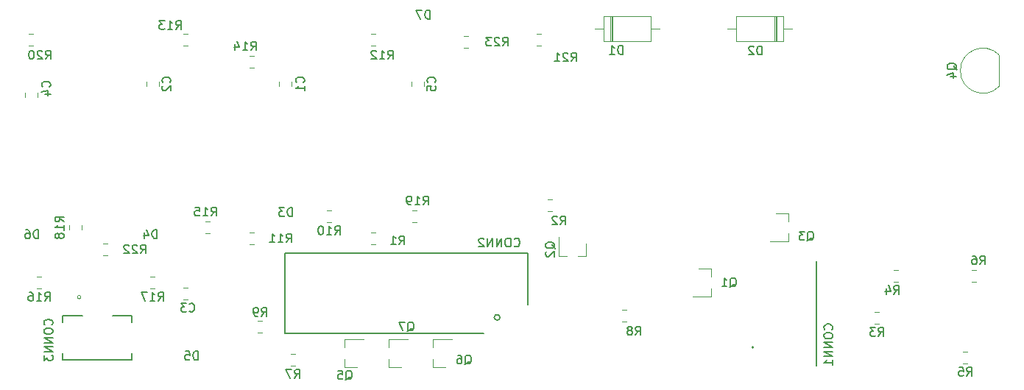
<source format=gbr>
G04 #@! TF.GenerationSoftware,KiCad,Pcbnew,(5.1.6-0-10_14)*
G04 #@! TF.CreationDate,2020-07-01T11:00:56-07:00*
G04 #@! TF.ProjectId,Pufferfish-Interface-1,50756666-6572-4666-9973-682d496e7465,v0.1*
G04 #@! TF.SameCoordinates,Original*
G04 #@! TF.FileFunction,Legend,Bot*
G04 #@! TF.FilePolarity,Positive*
%FSLAX46Y46*%
G04 Gerber Fmt 4.6, Leading zero omitted, Abs format (unit mm)*
G04 Created by KiCad (PCBNEW (5.1.6-0-10_14)) date 2020-07-01 11:00:56*
%MOMM*%
%LPD*%
G01*
G04 APERTURE LIST*
%ADD10C,0.200000*%
%ADD11C,0.120000*%
%ADD12C,0.100000*%
%ADD13C,0.127000*%
%ADD14C,0.150000*%
G04 APERTURE END LIST*
D10*
X72390000Y-52832000D02*
X49530000Y-52832000D01*
X49530000Y-52832000D02*
X49530000Y-43561000D01*
X49530000Y-43561000D02*
X77470000Y-43561000D01*
X77470000Y-43561000D02*
X77470000Y-49530000D01*
X74237788Y-50990500D02*
G75*
G03*
X74237788Y-50990500I-323788J0D01*
G01*
D11*
X70616578Y-18594000D02*
X70099422Y-18594000D01*
X70616578Y-20014000D02*
X70099422Y-20014000D01*
X78998578Y-18340000D02*
X78481422Y-18340000D01*
X78998578Y-19760000D02*
X78481422Y-19760000D01*
X64178922Y-40080000D02*
X64696078Y-40080000D01*
X64178922Y-38660000D02*
X64696078Y-38660000D01*
X65480000Y-24388578D02*
X65480000Y-23871422D01*
X64060000Y-24388578D02*
X64060000Y-23871422D01*
X88826078Y-50090000D02*
X88308922Y-50090000D01*
X88826078Y-51510000D02*
X88308922Y-51510000D01*
X50208922Y-56590000D02*
X50726078Y-56590000D01*
X50208922Y-55170000D02*
X50726078Y-55170000D01*
X29136078Y-42470000D02*
X28618922Y-42470000D01*
X29136078Y-43890000D02*
X28618922Y-43890000D01*
X20061422Y-19760000D02*
X20578578Y-19760000D01*
X20061422Y-18340000D02*
X20578578Y-18340000D01*
X26110000Y-40898578D02*
X26110000Y-40381422D01*
X24690000Y-40898578D02*
X24690000Y-40381422D01*
X40898578Y-39930000D02*
X40381422Y-39930000D01*
X40898578Y-41350000D02*
X40381422Y-41350000D01*
X38358578Y-18340000D02*
X37841422Y-18340000D01*
X38358578Y-19760000D02*
X37841422Y-19760000D01*
X45461422Y-42620000D02*
X45978578Y-42620000D01*
X45461422Y-41200000D02*
X45978578Y-41200000D01*
X54351422Y-40080000D02*
X54868578Y-40080000D01*
X54351422Y-38660000D02*
X54868578Y-38660000D01*
D12*
X103445000Y-54446000D02*
G75*
G03*
X103445000Y-54446000I-127000J0D01*
G01*
D13*
X110668000Y-44571000D02*
X110668000Y-56521000D01*
D11*
X21030000Y-25658578D02*
X21030000Y-25141422D01*
X19610000Y-25658578D02*
X19610000Y-25141422D01*
X35000000Y-24388578D02*
X35000000Y-23871422D01*
X33580000Y-24388578D02*
X33580000Y-23871422D01*
X50240000Y-24388578D02*
X50240000Y-23871422D01*
X48820000Y-24388578D02*
X48820000Y-23871422D01*
X37841422Y-48970000D02*
X38358578Y-48970000D01*
X37841422Y-47550000D02*
X38358578Y-47550000D01*
D10*
X31915000Y-50840000D02*
X31915000Y-51590000D01*
X29690000Y-50840000D02*
X31915000Y-50840000D01*
X23965000Y-50840000D02*
X26190000Y-50840000D01*
X23965000Y-51590000D02*
X23965000Y-50840000D01*
X23965000Y-55840000D02*
X23965000Y-55090000D01*
X31915000Y-55840000D02*
X31915000Y-55090000D01*
X23965000Y-55840000D02*
X31915000Y-55840000D01*
D12*
X26057000Y-48666000D02*
G75*
G03*
X26057000Y-48666000I-200000J0D01*
G01*
D11*
X86180000Y-19250000D02*
X86180000Y-16310000D01*
X86180000Y-16310000D02*
X91620000Y-16310000D01*
X91620000Y-16310000D02*
X91620000Y-19250000D01*
X91620000Y-19250000D02*
X86180000Y-19250000D01*
X85160000Y-17780000D02*
X86180000Y-17780000D01*
X92640000Y-17780000D02*
X91620000Y-17780000D01*
X87080000Y-19250000D02*
X87080000Y-16310000D01*
X87200000Y-19250000D02*
X87200000Y-16310000D01*
X86960000Y-19250000D02*
X86960000Y-16310000D01*
X106860000Y-16310000D02*
X106860000Y-19250000D01*
X106860000Y-19250000D02*
X101420000Y-19250000D01*
X101420000Y-19250000D02*
X101420000Y-16310000D01*
X101420000Y-16310000D02*
X106860000Y-16310000D01*
X107880000Y-17780000D02*
X106860000Y-17780000D01*
X100400000Y-17780000D02*
X101420000Y-17780000D01*
X105960000Y-16310000D02*
X105960000Y-19250000D01*
X105840000Y-16310000D02*
X105840000Y-19250000D01*
X106080000Y-16310000D02*
X106080000Y-19250000D01*
X98550000Y-45410000D02*
X98550000Y-46340000D01*
X98550000Y-48570000D02*
X98550000Y-47640000D01*
X98550000Y-48570000D02*
X96390000Y-48570000D01*
X98550000Y-45410000D02*
X97090000Y-45410000D01*
X84130000Y-43940000D02*
X83200000Y-43940000D01*
X80970000Y-43940000D02*
X81900000Y-43940000D01*
X80970000Y-43940000D02*
X80970000Y-41780000D01*
X84130000Y-43940000D02*
X84130000Y-42480000D01*
X107440000Y-39060000D02*
X107440000Y-39990000D01*
X107440000Y-42220000D02*
X107440000Y-41290000D01*
X107440000Y-42220000D02*
X105280000Y-42220000D01*
X107440000Y-39060000D02*
X105980000Y-39060000D01*
X131632478Y-24444478D02*
G75*
G02*
X127194000Y-22606000I-1838478J1838478D01*
G01*
X131632478Y-20767522D02*
G75*
G03*
X127194000Y-22606000I-1838478J-1838478D01*
G01*
X131644000Y-20806000D02*
X131644000Y-24406000D01*
X56390000Y-56698000D02*
X56390000Y-55768000D01*
X56390000Y-53538000D02*
X56390000Y-54468000D01*
X56390000Y-53538000D02*
X58550000Y-53538000D01*
X56390000Y-56698000D02*
X57850000Y-56698000D01*
X66550000Y-56698000D02*
X66550000Y-55768000D01*
X66550000Y-53538000D02*
X66550000Y-54468000D01*
X66550000Y-53538000D02*
X68710000Y-53538000D01*
X66550000Y-56698000D02*
X68010000Y-56698000D01*
X61470000Y-56698000D02*
X61470000Y-55768000D01*
X61470000Y-53538000D02*
X61470000Y-54468000D01*
X61470000Y-53538000D02*
X63630000Y-53538000D01*
X61470000Y-56698000D02*
X62930000Y-56698000D01*
X59431422Y-42620000D02*
X59948578Y-42620000D01*
X59431422Y-41200000D02*
X59948578Y-41200000D01*
X79751422Y-38810000D02*
X80268578Y-38810000D01*
X79751422Y-37390000D02*
X80268578Y-37390000D01*
X117343422Y-51764000D02*
X117860578Y-51764000D01*
X117343422Y-50344000D02*
X117860578Y-50344000D01*
X119550922Y-46938000D02*
X120068078Y-46938000D01*
X119550922Y-45518000D02*
X120068078Y-45518000D01*
X127503422Y-56336000D02*
X128020578Y-56336000D01*
X127503422Y-54916000D02*
X128020578Y-54916000D01*
X128519422Y-46938000D02*
X129036578Y-46938000D01*
X128519422Y-45518000D02*
X129036578Y-45518000D01*
X46916078Y-51360000D02*
X46398922Y-51360000D01*
X46916078Y-52780000D02*
X46398922Y-52780000D01*
X59948578Y-18340000D02*
X59431422Y-18340000D01*
X59948578Y-19760000D02*
X59431422Y-19760000D01*
X45978578Y-20880000D02*
X45461422Y-20880000D01*
X45978578Y-22300000D02*
X45461422Y-22300000D01*
X20998922Y-47700000D02*
X21516078Y-47700000D01*
X20998922Y-46280000D02*
X21516078Y-46280000D01*
X34031422Y-47700000D02*
X34548578Y-47700000D01*
X34031422Y-46280000D02*
X34548578Y-46280000D01*
D14*
X66193095Y-16640380D02*
X66193095Y-15640380D01*
X65955000Y-15640380D01*
X65812142Y-15688000D01*
X65716904Y-15783238D01*
X65669285Y-15878476D01*
X65621666Y-16068952D01*
X65621666Y-16211809D01*
X65669285Y-16402285D01*
X65716904Y-16497523D01*
X65812142Y-16592761D01*
X65955000Y-16640380D01*
X66193095Y-16640380D01*
X65288333Y-15640380D02*
X64621666Y-15640380D01*
X65050238Y-16640380D01*
X21158095Y-41922380D02*
X21158095Y-40922380D01*
X20920000Y-40922380D01*
X20777142Y-40970000D01*
X20681904Y-41065238D01*
X20634285Y-41160476D01*
X20586666Y-41350952D01*
X20586666Y-41493809D01*
X20634285Y-41684285D01*
X20681904Y-41779523D01*
X20777142Y-41874761D01*
X20920000Y-41922380D01*
X21158095Y-41922380D01*
X19729523Y-40922380D02*
X19920000Y-40922380D01*
X20015238Y-40970000D01*
X20062857Y-41017619D01*
X20158095Y-41160476D01*
X20205714Y-41350952D01*
X20205714Y-41731904D01*
X20158095Y-41827142D01*
X20110476Y-41874761D01*
X20015238Y-41922380D01*
X19824761Y-41922380D01*
X19729523Y-41874761D01*
X19681904Y-41827142D01*
X19634285Y-41731904D01*
X19634285Y-41493809D01*
X19681904Y-41398571D01*
X19729523Y-41350952D01*
X19824761Y-41303333D01*
X20015238Y-41303333D01*
X20110476Y-41350952D01*
X20158095Y-41398571D01*
X20205714Y-41493809D01*
X39520095Y-55892380D02*
X39520095Y-54892380D01*
X39282000Y-54892380D01*
X39139142Y-54940000D01*
X39043904Y-55035238D01*
X38996285Y-55130476D01*
X38948666Y-55320952D01*
X38948666Y-55463809D01*
X38996285Y-55654285D01*
X39043904Y-55749523D01*
X39139142Y-55844761D01*
X39282000Y-55892380D01*
X39520095Y-55892380D01*
X38043904Y-54892380D02*
X38520095Y-54892380D01*
X38567714Y-55368571D01*
X38520095Y-55320952D01*
X38424857Y-55273333D01*
X38186761Y-55273333D01*
X38091523Y-55320952D01*
X38043904Y-55368571D01*
X37996285Y-55463809D01*
X37996285Y-55701904D01*
X38043904Y-55797142D01*
X38091523Y-55844761D01*
X38186761Y-55892380D01*
X38424857Y-55892380D01*
X38520095Y-55844761D01*
X38567714Y-55797142D01*
X34800095Y-41922380D02*
X34800095Y-40922380D01*
X34562000Y-40922380D01*
X34419142Y-40970000D01*
X34323904Y-41065238D01*
X34276285Y-41160476D01*
X34228666Y-41350952D01*
X34228666Y-41493809D01*
X34276285Y-41684285D01*
X34323904Y-41779523D01*
X34419142Y-41874761D01*
X34562000Y-41922380D01*
X34800095Y-41922380D01*
X33371523Y-41255714D02*
X33371523Y-41922380D01*
X33609619Y-40874761D02*
X33847714Y-41589047D01*
X33228666Y-41589047D01*
X50368095Y-39382380D02*
X50368095Y-38382380D01*
X50130000Y-38382380D01*
X49987142Y-38430000D01*
X49891904Y-38525238D01*
X49844285Y-38620476D01*
X49796666Y-38810952D01*
X49796666Y-38953809D01*
X49844285Y-39144285D01*
X49891904Y-39239523D01*
X49987142Y-39334761D01*
X50130000Y-39382380D01*
X50368095Y-39382380D01*
X49463333Y-38382380D02*
X48844285Y-38382380D01*
X49177619Y-38763333D01*
X49034761Y-38763333D01*
X48939523Y-38810952D01*
X48891904Y-38858571D01*
X48844285Y-38953809D01*
X48844285Y-39191904D01*
X48891904Y-39287142D01*
X48939523Y-39334761D01*
X49034761Y-39382380D01*
X49320476Y-39382380D01*
X49415714Y-39334761D01*
X49463333Y-39287142D01*
X75906095Y-42775142D02*
X75953714Y-42822761D01*
X76096571Y-42870380D01*
X76191809Y-42870380D01*
X76334666Y-42822761D01*
X76429904Y-42727523D01*
X76477523Y-42632285D01*
X76525142Y-42441809D01*
X76525142Y-42298952D01*
X76477523Y-42108476D01*
X76429904Y-42013238D01*
X76334666Y-41918000D01*
X76191809Y-41870380D01*
X76096571Y-41870380D01*
X75953714Y-41918000D01*
X75906095Y-41965619D01*
X75287047Y-41870380D02*
X75096571Y-41870380D01*
X75001333Y-41918000D01*
X74906095Y-42013238D01*
X74858476Y-42203714D01*
X74858476Y-42537047D01*
X74906095Y-42727523D01*
X75001333Y-42822761D01*
X75096571Y-42870380D01*
X75287047Y-42870380D01*
X75382285Y-42822761D01*
X75477523Y-42727523D01*
X75525142Y-42537047D01*
X75525142Y-42203714D01*
X75477523Y-42013238D01*
X75382285Y-41918000D01*
X75287047Y-41870380D01*
X74429904Y-42870380D02*
X74429904Y-41870380D01*
X73858476Y-42870380D01*
X73858476Y-41870380D01*
X73382285Y-42870380D02*
X73382285Y-41870380D01*
X72810857Y-42870380D01*
X72810857Y-41870380D01*
X72382285Y-41965619D02*
X72334666Y-41918000D01*
X72239428Y-41870380D01*
X72001333Y-41870380D01*
X71906095Y-41918000D01*
X71858476Y-41965619D01*
X71810857Y-42060857D01*
X71810857Y-42156095D01*
X71858476Y-42298952D01*
X72429904Y-42870380D01*
X71810857Y-42870380D01*
X74556857Y-19756380D02*
X74890190Y-19280190D01*
X75128285Y-19756380D02*
X75128285Y-18756380D01*
X74747333Y-18756380D01*
X74652095Y-18804000D01*
X74604476Y-18851619D01*
X74556857Y-18946857D01*
X74556857Y-19089714D01*
X74604476Y-19184952D01*
X74652095Y-19232571D01*
X74747333Y-19280190D01*
X75128285Y-19280190D01*
X74175904Y-18851619D02*
X74128285Y-18804000D01*
X74033047Y-18756380D01*
X73794952Y-18756380D01*
X73699714Y-18804000D01*
X73652095Y-18851619D01*
X73604476Y-18946857D01*
X73604476Y-19042095D01*
X73652095Y-19184952D01*
X74223523Y-19756380D01*
X73604476Y-19756380D01*
X73271142Y-18756380D02*
X72652095Y-18756380D01*
X72985428Y-19137333D01*
X72842571Y-19137333D01*
X72747333Y-19184952D01*
X72699714Y-19232571D01*
X72652095Y-19327809D01*
X72652095Y-19565904D01*
X72699714Y-19661142D01*
X72747333Y-19708761D01*
X72842571Y-19756380D01*
X73128285Y-19756380D01*
X73223523Y-19708761D01*
X73271142Y-19661142D01*
X82430857Y-21534380D02*
X82764190Y-21058190D01*
X83002285Y-21534380D02*
X83002285Y-20534380D01*
X82621333Y-20534380D01*
X82526095Y-20582000D01*
X82478476Y-20629619D01*
X82430857Y-20724857D01*
X82430857Y-20867714D01*
X82478476Y-20962952D01*
X82526095Y-21010571D01*
X82621333Y-21058190D01*
X83002285Y-21058190D01*
X82049904Y-20629619D02*
X82002285Y-20582000D01*
X81907047Y-20534380D01*
X81668952Y-20534380D01*
X81573714Y-20582000D01*
X81526095Y-20629619D01*
X81478476Y-20724857D01*
X81478476Y-20820095D01*
X81526095Y-20962952D01*
X82097523Y-21534380D01*
X81478476Y-21534380D01*
X80526095Y-21534380D02*
X81097523Y-21534380D01*
X80811809Y-21534380D02*
X80811809Y-20534380D01*
X80907047Y-20677238D01*
X81002285Y-20772476D01*
X81097523Y-20820095D01*
X65412857Y-38044380D02*
X65746190Y-37568190D01*
X65984285Y-38044380D02*
X65984285Y-37044380D01*
X65603333Y-37044380D01*
X65508095Y-37092000D01*
X65460476Y-37139619D01*
X65412857Y-37234857D01*
X65412857Y-37377714D01*
X65460476Y-37472952D01*
X65508095Y-37520571D01*
X65603333Y-37568190D01*
X65984285Y-37568190D01*
X64460476Y-38044380D02*
X65031904Y-38044380D01*
X64746190Y-38044380D02*
X64746190Y-37044380D01*
X64841428Y-37187238D01*
X64936666Y-37282476D01*
X65031904Y-37330095D01*
X63984285Y-38044380D02*
X63793809Y-38044380D01*
X63698571Y-37996761D01*
X63650952Y-37949142D01*
X63555714Y-37806285D01*
X63508095Y-37615809D01*
X63508095Y-37234857D01*
X63555714Y-37139619D01*
X63603333Y-37092000D01*
X63698571Y-37044380D01*
X63889047Y-37044380D01*
X63984285Y-37092000D01*
X64031904Y-37139619D01*
X64079523Y-37234857D01*
X64079523Y-37472952D01*
X64031904Y-37568190D01*
X63984285Y-37615809D01*
X63889047Y-37663428D01*
X63698571Y-37663428D01*
X63603333Y-37615809D01*
X63555714Y-37568190D01*
X63508095Y-37472952D01*
X66777142Y-23963333D02*
X66824761Y-23915714D01*
X66872380Y-23772857D01*
X66872380Y-23677619D01*
X66824761Y-23534761D01*
X66729523Y-23439523D01*
X66634285Y-23391904D01*
X66443809Y-23344285D01*
X66300952Y-23344285D01*
X66110476Y-23391904D01*
X66015238Y-23439523D01*
X65920000Y-23534761D01*
X65872380Y-23677619D01*
X65872380Y-23772857D01*
X65920000Y-23915714D01*
X65967619Y-23963333D01*
X65872380Y-24868095D02*
X65872380Y-24391904D01*
X66348571Y-24344285D01*
X66300952Y-24391904D01*
X66253333Y-24487142D01*
X66253333Y-24725238D01*
X66300952Y-24820476D01*
X66348571Y-24868095D01*
X66443809Y-24915714D01*
X66681904Y-24915714D01*
X66777142Y-24868095D01*
X66824761Y-24820476D01*
X66872380Y-24725238D01*
X66872380Y-24487142D01*
X66824761Y-24391904D01*
X66777142Y-24344285D01*
X89828666Y-53030380D02*
X90162000Y-52554190D01*
X90400095Y-53030380D02*
X90400095Y-52030380D01*
X90019142Y-52030380D01*
X89923904Y-52078000D01*
X89876285Y-52125619D01*
X89828666Y-52220857D01*
X89828666Y-52363714D01*
X89876285Y-52458952D01*
X89923904Y-52506571D01*
X90019142Y-52554190D01*
X90400095Y-52554190D01*
X89257238Y-52458952D02*
X89352476Y-52411333D01*
X89400095Y-52363714D01*
X89447714Y-52268476D01*
X89447714Y-52220857D01*
X89400095Y-52125619D01*
X89352476Y-52078000D01*
X89257238Y-52030380D01*
X89066761Y-52030380D01*
X88971523Y-52078000D01*
X88923904Y-52125619D01*
X88876285Y-52220857D01*
X88876285Y-52268476D01*
X88923904Y-52363714D01*
X88971523Y-52411333D01*
X89066761Y-52458952D01*
X89257238Y-52458952D01*
X89352476Y-52506571D01*
X89400095Y-52554190D01*
X89447714Y-52649428D01*
X89447714Y-52839904D01*
X89400095Y-52935142D01*
X89352476Y-52982761D01*
X89257238Y-53030380D01*
X89066761Y-53030380D01*
X88971523Y-52982761D01*
X88923904Y-52935142D01*
X88876285Y-52839904D01*
X88876285Y-52649428D01*
X88923904Y-52554190D01*
X88971523Y-52506571D01*
X89066761Y-52458952D01*
X50634166Y-57982380D02*
X50967500Y-57506190D01*
X51205595Y-57982380D02*
X51205595Y-56982380D01*
X50824642Y-56982380D01*
X50729404Y-57030000D01*
X50681785Y-57077619D01*
X50634166Y-57172857D01*
X50634166Y-57315714D01*
X50681785Y-57410952D01*
X50729404Y-57458571D01*
X50824642Y-57506190D01*
X51205595Y-57506190D01*
X50300833Y-56982380D02*
X49634166Y-56982380D01*
X50062738Y-57982380D01*
X32900857Y-43632380D02*
X33234190Y-43156190D01*
X33472285Y-43632380D02*
X33472285Y-42632380D01*
X33091333Y-42632380D01*
X32996095Y-42680000D01*
X32948476Y-42727619D01*
X32900857Y-42822857D01*
X32900857Y-42965714D01*
X32948476Y-43060952D01*
X32996095Y-43108571D01*
X33091333Y-43156190D01*
X33472285Y-43156190D01*
X32519904Y-42727619D02*
X32472285Y-42680000D01*
X32377047Y-42632380D01*
X32138952Y-42632380D01*
X32043714Y-42680000D01*
X31996095Y-42727619D01*
X31948476Y-42822857D01*
X31948476Y-42918095D01*
X31996095Y-43060952D01*
X32567523Y-43632380D01*
X31948476Y-43632380D01*
X31567523Y-42727619D02*
X31519904Y-42680000D01*
X31424666Y-42632380D01*
X31186571Y-42632380D01*
X31091333Y-42680000D01*
X31043714Y-42727619D01*
X30996095Y-42822857D01*
X30996095Y-42918095D01*
X31043714Y-43060952D01*
X31615142Y-43632380D01*
X30996095Y-43632380D01*
X21978857Y-21280380D02*
X22312190Y-20804190D01*
X22550285Y-21280380D02*
X22550285Y-20280380D01*
X22169333Y-20280380D01*
X22074095Y-20328000D01*
X22026476Y-20375619D01*
X21978857Y-20470857D01*
X21978857Y-20613714D01*
X22026476Y-20708952D01*
X22074095Y-20756571D01*
X22169333Y-20804190D01*
X22550285Y-20804190D01*
X21597904Y-20375619D02*
X21550285Y-20328000D01*
X21455047Y-20280380D01*
X21216952Y-20280380D01*
X21121714Y-20328000D01*
X21074095Y-20375619D01*
X21026476Y-20470857D01*
X21026476Y-20566095D01*
X21074095Y-20708952D01*
X21645523Y-21280380D01*
X21026476Y-21280380D01*
X20407428Y-20280380D02*
X20312190Y-20280380D01*
X20216952Y-20328000D01*
X20169333Y-20375619D01*
X20121714Y-20470857D01*
X20074095Y-20661333D01*
X20074095Y-20899428D01*
X20121714Y-21089904D01*
X20169333Y-21185142D01*
X20216952Y-21232761D01*
X20312190Y-21280380D01*
X20407428Y-21280380D01*
X20502666Y-21232761D01*
X20550285Y-21185142D01*
X20597904Y-21089904D01*
X20645523Y-20899428D01*
X20645523Y-20661333D01*
X20597904Y-20470857D01*
X20550285Y-20375619D01*
X20502666Y-20328000D01*
X20407428Y-20280380D01*
X24074380Y-39997142D02*
X23598190Y-39663809D01*
X24074380Y-39425714D02*
X23074380Y-39425714D01*
X23074380Y-39806666D01*
X23122000Y-39901904D01*
X23169619Y-39949523D01*
X23264857Y-39997142D01*
X23407714Y-39997142D01*
X23502952Y-39949523D01*
X23550571Y-39901904D01*
X23598190Y-39806666D01*
X23598190Y-39425714D01*
X24074380Y-40949523D02*
X24074380Y-40378095D01*
X24074380Y-40663809D02*
X23074380Y-40663809D01*
X23217238Y-40568571D01*
X23312476Y-40473333D01*
X23360095Y-40378095D01*
X23502952Y-41520952D02*
X23455333Y-41425714D01*
X23407714Y-41378095D01*
X23312476Y-41330476D01*
X23264857Y-41330476D01*
X23169619Y-41378095D01*
X23122000Y-41425714D01*
X23074380Y-41520952D01*
X23074380Y-41711428D01*
X23122000Y-41806666D01*
X23169619Y-41854285D01*
X23264857Y-41901904D01*
X23312476Y-41901904D01*
X23407714Y-41854285D01*
X23455333Y-41806666D01*
X23502952Y-41711428D01*
X23502952Y-41520952D01*
X23550571Y-41425714D01*
X23598190Y-41378095D01*
X23693428Y-41330476D01*
X23883904Y-41330476D01*
X23979142Y-41378095D01*
X24026761Y-41425714D01*
X24074380Y-41520952D01*
X24074380Y-41711428D01*
X24026761Y-41806666D01*
X23979142Y-41854285D01*
X23883904Y-41901904D01*
X23693428Y-41901904D01*
X23598190Y-41854285D01*
X23550571Y-41806666D01*
X23502952Y-41711428D01*
X41028857Y-39314380D02*
X41362190Y-38838190D01*
X41600285Y-39314380D02*
X41600285Y-38314380D01*
X41219333Y-38314380D01*
X41124095Y-38362000D01*
X41076476Y-38409619D01*
X41028857Y-38504857D01*
X41028857Y-38647714D01*
X41076476Y-38742952D01*
X41124095Y-38790571D01*
X41219333Y-38838190D01*
X41600285Y-38838190D01*
X40076476Y-39314380D02*
X40647904Y-39314380D01*
X40362190Y-39314380D02*
X40362190Y-38314380D01*
X40457428Y-38457238D01*
X40552666Y-38552476D01*
X40647904Y-38600095D01*
X39171714Y-38314380D02*
X39647904Y-38314380D01*
X39695523Y-38790571D01*
X39647904Y-38742952D01*
X39552666Y-38695333D01*
X39314571Y-38695333D01*
X39219333Y-38742952D01*
X39171714Y-38790571D01*
X39124095Y-38885809D01*
X39124095Y-39123904D01*
X39171714Y-39219142D01*
X39219333Y-39266761D01*
X39314571Y-39314380D01*
X39552666Y-39314380D01*
X39647904Y-39266761D01*
X39695523Y-39219142D01*
X36964857Y-17852380D02*
X37298190Y-17376190D01*
X37536285Y-17852380D02*
X37536285Y-16852380D01*
X37155333Y-16852380D01*
X37060095Y-16900000D01*
X37012476Y-16947619D01*
X36964857Y-17042857D01*
X36964857Y-17185714D01*
X37012476Y-17280952D01*
X37060095Y-17328571D01*
X37155333Y-17376190D01*
X37536285Y-17376190D01*
X36012476Y-17852380D02*
X36583904Y-17852380D01*
X36298190Y-17852380D02*
X36298190Y-16852380D01*
X36393428Y-16995238D01*
X36488666Y-17090476D01*
X36583904Y-17138095D01*
X35679142Y-16852380D02*
X35060095Y-16852380D01*
X35393428Y-17233333D01*
X35250571Y-17233333D01*
X35155333Y-17280952D01*
X35107714Y-17328571D01*
X35060095Y-17423809D01*
X35060095Y-17661904D01*
X35107714Y-17757142D01*
X35155333Y-17804761D01*
X35250571Y-17852380D01*
X35536285Y-17852380D01*
X35631523Y-17804761D01*
X35679142Y-17757142D01*
X49664857Y-42362380D02*
X49998190Y-41886190D01*
X50236285Y-42362380D02*
X50236285Y-41362380D01*
X49855333Y-41362380D01*
X49760095Y-41410000D01*
X49712476Y-41457619D01*
X49664857Y-41552857D01*
X49664857Y-41695714D01*
X49712476Y-41790952D01*
X49760095Y-41838571D01*
X49855333Y-41886190D01*
X50236285Y-41886190D01*
X48712476Y-42362380D02*
X49283904Y-42362380D01*
X48998190Y-42362380D02*
X48998190Y-41362380D01*
X49093428Y-41505238D01*
X49188666Y-41600476D01*
X49283904Y-41648095D01*
X47760095Y-42362380D02*
X48331523Y-42362380D01*
X48045809Y-42362380D02*
X48045809Y-41362380D01*
X48141047Y-41505238D01*
X48236285Y-41600476D01*
X48331523Y-41648095D01*
X55252857Y-41472380D02*
X55586190Y-40996190D01*
X55824285Y-41472380D02*
X55824285Y-40472380D01*
X55443333Y-40472380D01*
X55348095Y-40520000D01*
X55300476Y-40567619D01*
X55252857Y-40662857D01*
X55252857Y-40805714D01*
X55300476Y-40900952D01*
X55348095Y-40948571D01*
X55443333Y-40996190D01*
X55824285Y-40996190D01*
X54300476Y-41472380D02*
X54871904Y-41472380D01*
X54586190Y-41472380D02*
X54586190Y-40472380D01*
X54681428Y-40615238D01*
X54776666Y-40710476D01*
X54871904Y-40758095D01*
X53681428Y-40472380D02*
X53586190Y-40472380D01*
X53490952Y-40520000D01*
X53443333Y-40567619D01*
X53395714Y-40662857D01*
X53348095Y-40853333D01*
X53348095Y-41091428D01*
X53395714Y-41281904D01*
X53443333Y-41377142D01*
X53490952Y-41424761D01*
X53586190Y-41472380D01*
X53681428Y-41472380D01*
X53776666Y-41424761D01*
X53824285Y-41377142D01*
X53871904Y-41281904D01*
X53919523Y-41091428D01*
X53919523Y-40853333D01*
X53871904Y-40662857D01*
X53824285Y-40567619D01*
X53776666Y-40520000D01*
X53681428Y-40472380D01*
X112414831Y-52384226D02*
X112462484Y-52336572D01*
X112510138Y-52193612D01*
X112510138Y-52098305D01*
X112462484Y-51955344D01*
X112367177Y-51860037D01*
X112271870Y-51812384D01*
X112081256Y-51764730D01*
X111938296Y-51764730D01*
X111747682Y-51812384D01*
X111652375Y-51860037D01*
X111557068Y-51955344D01*
X111509414Y-52098305D01*
X111509414Y-52193612D01*
X111557068Y-52336572D01*
X111604721Y-52384226D01*
X111509414Y-53003722D02*
X111509414Y-53194336D01*
X111557068Y-53289643D01*
X111652375Y-53384950D01*
X111842989Y-53432603D01*
X112176563Y-53432603D01*
X112367177Y-53384950D01*
X112462484Y-53289643D01*
X112510138Y-53194336D01*
X112510138Y-53003722D01*
X112462484Y-52908415D01*
X112367177Y-52813108D01*
X112176563Y-52765454D01*
X111842989Y-52765454D01*
X111652375Y-52813108D01*
X111557068Y-52908415D01*
X111509414Y-53003722D01*
X112510138Y-53861485D02*
X111509414Y-53861485D01*
X112510138Y-54433327D01*
X111509414Y-54433327D01*
X112510138Y-54909863D02*
X111509414Y-54909863D01*
X112510138Y-55481705D01*
X111509414Y-55481705D01*
X112510138Y-56482429D02*
X112510138Y-55910587D01*
X112510138Y-56196508D02*
X111509414Y-56196508D01*
X111652375Y-56101201D01*
X111747682Y-56005894D01*
X111795335Y-55910587D01*
X22455142Y-24471333D02*
X22502761Y-24423714D01*
X22550380Y-24280857D01*
X22550380Y-24185619D01*
X22502761Y-24042761D01*
X22407523Y-23947523D01*
X22312285Y-23899904D01*
X22121809Y-23852285D01*
X21978952Y-23852285D01*
X21788476Y-23899904D01*
X21693238Y-23947523D01*
X21598000Y-24042761D01*
X21550380Y-24185619D01*
X21550380Y-24280857D01*
X21598000Y-24423714D01*
X21645619Y-24471333D01*
X21883714Y-25328476D02*
X22550380Y-25328476D01*
X21502761Y-25090380D02*
X22217047Y-24852285D01*
X22217047Y-25471333D01*
X36297142Y-23963333D02*
X36344761Y-23915714D01*
X36392380Y-23772857D01*
X36392380Y-23677619D01*
X36344761Y-23534761D01*
X36249523Y-23439523D01*
X36154285Y-23391904D01*
X35963809Y-23344285D01*
X35820952Y-23344285D01*
X35630476Y-23391904D01*
X35535238Y-23439523D01*
X35440000Y-23534761D01*
X35392380Y-23677619D01*
X35392380Y-23772857D01*
X35440000Y-23915714D01*
X35487619Y-23963333D01*
X35487619Y-24344285D02*
X35440000Y-24391904D01*
X35392380Y-24487142D01*
X35392380Y-24725238D01*
X35440000Y-24820476D01*
X35487619Y-24868095D01*
X35582857Y-24915714D01*
X35678095Y-24915714D01*
X35820952Y-24868095D01*
X36392380Y-24296666D01*
X36392380Y-24915714D01*
X51665142Y-23963333D02*
X51712761Y-23915714D01*
X51760380Y-23772857D01*
X51760380Y-23677619D01*
X51712761Y-23534761D01*
X51617523Y-23439523D01*
X51522285Y-23391904D01*
X51331809Y-23344285D01*
X51188952Y-23344285D01*
X50998476Y-23391904D01*
X50903238Y-23439523D01*
X50808000Y-23534761D01*
X50760380Y-23677619D01*
X50760380Y-23772857D01*
X50808000Y-23915714D01*
X50855619Y-23963333D01*
X51760380Y-24915714D02*
X51760380Y-24344285D01*
X51760380Y-24630000D02*
X50760380Y-24630000D01*
X50903238Y-24534761D01*
X50998476Y-24439523D01*
X51046095Y-24344285D01*
X38520666Y-50267142D02*
X38568285Y-50314761D01*
X38711142Y-50362380D01*
X38806380Y-50362380D01*
X38949238Y-50314761D01*
X39044476Y-50219523D01*
X39092095Y-50124285D01*
X39139714Y-49933809D01*
X39139714Y-49790952D01*
X39092095Y-49600476D01*
X39044476Y-49505238D01*
X38949238Y-49410000D01*
X38806380Y-49362380D01*
X38711142Y-49362380D01*
X38568285Y-49410000D01*
X38520666Y-49457619D01*
X38187333Y-49362380D02*
X37568285Y-49362380D01*
X37901619Y-49743333D01*
X37758761Y-49743333D01*
X37663523Y-49790952D01*
X37615904Y-49838571D01*
X37568285Y-49933809D01*
X37568285Y-50171904D01*
X37615904Y-50267142D01*
X37663523Y-50314761D01*
X37758761Y-50362380D01*
X38044476Y-50362380D01*
X38139714Y-50314761D01*
X38187333Y-50267142D01*
X22709603Y-51853660D02*
X22757284Y-51805980D01*
X22804964Y-51662938D01*
X22804964Y-51567577D01*
X22757284Y-51424536D01*
X22661923Y-51329175D01*
X22566562Y-51281494D01*
X22375840Y-51233814D01*
X22232798Y-51233814D01*
X22042076Y-51281494D01*
X21946715Y-51329175D01*
X21851354Y-51424536D01*
X21803673Y-51567577D01*
X21803673Y-51662938D01*
X21851354Y-51805980D01*
X21899035Y-51853660D01*
X21803673Y-52473507D02*
X21803673Y-52664229D01*
X21851354Y-52759590D01*
X21946715Y-52854951D01*
X22137437Y-52902632D01*
X22471201Y-52902632D01*
X22661923Y-52854951D01*
X22757284Y-52759590D01*
X22804964Y-52664229D01*
X22804964Y-52473507D01*
X22757284Y-52378146D01*
X22661923Y-52282785D01*
X22471201Y-52235105D01*
X22137437Y-52235105D01*
X21946715Y-52282785D01*
X21851354Y-52378146D01*
X21803673Y-52473507D01*
X22804964Y-53331757D02*
X21803673Y-53331757D01*
X22804964Y-53903923D01*
X21803673Y-53903923D01*
X22804964Y-54380728D02*
X21803673Y-54380728D01*
X22804964Y-54952894D01*
X21803673Y-54952894D01*
X21803673Y-55334339D02*
X21803673Y-55954185D01*
X22185118Y-55620422D01*
X22185118Y-55763463D01*
X22232798Y-55858824D01*
X22280479Y-55906505D01*
X22375840Y-55954185D01*
X22614242Y-55954185D01*
X22709603Y-55906505D01*
X22757284Y-55858824D01*
X22804964Y-55763463D01*
X22804964Y-55477380D01*
X22757284Y-55382019D01*
X22709603Y-55334339D01*
X88368095Y-20702380D02*
X88368095Y-19702380D01*
X88130000Y-19702380D01*
X87987142Y-19750000D01*
X87891904Y-19845238D01*
X87844285Y-19940476D01*
X87796666Y-20130952D01*
X87796666Y-20273809D01*
X87844285Y-20464285D01*
X87891904Y-20559523D01*
X87987142Y-20654761D01*
X88130000Y-20702380D01*
X88368095Y-20702380D01*
X86844285Y-20702380D02*
X87415714Y-20702380D01*
X87130000Y-20702380D02*
X87130000Y-19702380D01*
X87225238Y-19845238D01*
X87320476Y-19940476D01*
X87415714Y-19988095D01*
X104370095Y-20772380D02*
X104370095Y-19772380D01*
X104132000Y-19772380D01*
X103989142Y-19820000D01*
X103893904Y-19915238D01*
X103846285Y-20010476D01*
X103798666Y-20200952D01*
X103798666Y-20343809D01*
X103846285Y-20534285D01*
X103893904Y-20629523D01*
X103989142Y-20724761D01*
X104132000Y-20772380D01*
X104370095Y-20772380D01*
X103417714Y-19867619D02*
X103370095Y-19820000D01*
X103274857Y-19772380D01*
X103036761Y-19772380D01*
X102941523Y-19820000D01*
X102893904Y-19867619D01*
X102846285Y-19962857D01*
X102846285Y-20058095D01*
X102893904Y-20200952D01*
X103465333Y-20772380D01*
X102846285Y-20772380D01*
X100679238Y-47537619D02*
X100774476Y-47490000D01*
X100869714Y-47394761D01*
X101012571Y-47251904D01*
X101107809Y-47204285D01*
X101203047Y-47204285D01*
X101155428Y-47442380D02*
X101250666Y-47394761D01*
X101345904Y-47299523D01*
X101393523Y-47109047D01*
X101393523Y-46775714D01*
X101345904Y-46585238D01*
X101250666Y-46490000D01*
X101155428Y-46442380D01*
X100964952Y-46442380D01*
X100869714Y-46490000D01*
X100774476Y-46585238D01*
X100726857Y-46775714D01*
X100726857Y-47109047D01*
X100774476Y-47299523D01*
X100869714Y-47394761D01*
X100964952Y-47442380D01*
X101155428Y-47442380D01*
X99774476Y-47442380D02*
X100345904Y-47442380D01*
X100060190Y-47442380D02*
X100060190Y-46442380D01*
X100155428Y-46585238D01*
X100250666Y-46680476D01*
X100345904Y-46728095D01*
X80597619Y-43084761D02*
X80550000Y-42989523D01*
X80454761Y-42894285D01*
X80311904Y-42751428D01*
X80264285Y-42656190D01*
X80264285Y-42560952D01*
X80502380Y-42608571D02*
X80454761Y-42513333D01*
X80359523Y-42418095D01*
X80169047Y-42370476D01*
X79835714Y-42370476D01*
X79645238Y-42418095D01*
X79550000Y-42513333D01*
X79502380Y-42608571D01*
X79502380Y-42799047D01*
X79550000Y-42894285D01*
X79645238Y-42989523D01*
X79835714Y-43037142D01*
X80169047Y-43037142D01*
X80359523Y-42989523D01*
X80454761Y-42894285D01*
X80502380Y-42799047D01*
X80502380Y-42608571D01*
X79597619Y-43418095D02*
X79550000Y-43465714D01*
X79502380Y-43560952D01*
X79502380Y-43799047D01*
X79550000Y-43894285D01*
X79597619Y-43941904D01*
X79692857Y-43989523D01*
X79788095Y-43989523D01*
X79930952Y-43941904D01*
X80502380Y-43370476D01*
X80502380Y-43989523D01*
X109569238Y-42203619D02*
X109664476Y-42156000D01*
X109759714Y-42060761D01*
X109902571Y-41917904D01*
X109997809Y-41870285D01*
X110093047Y-41870285D01*
X110045428Y-42108380D02*
X110140666Y-42060761D01*
X110235904Y-41965523D01*
X110283523Y-41775047D01*
X110283523Y-41441714D01*
X110235904Y-41251238D01*
X110140666Y-41156000D01*
X110045428Y-41108380D01*
X109854952Y-41108380D01*
X109759714Y-41156000D01*
X109664476Y-41251238D01*
X109616857Y-41441714D01*
X109616857Y-41775047D01*
X109664476Y-41965523D01*
X109759714Y-42060761D01*
X109854952Y-42108380D01*
X110045428Y-42108380D01*
X109283523Y-41108380D02*
X108664476Y-41108380D01*
X108997809Y-41489333D01*
X108854952Y-41489333D01*
X108759714Y-41536952D01*
X108712095Y-41584571D01*
X108664476Y-41679809D01*
X108664476Y-41917904D01*
X108712095Y-42013142D01*
X108759714Y-42060761D01*
X108854952Y-42108380D01*
X109140666Y-42108380D01*
X109235904Y-42060761D01*
X109283523Y-42013142D01*
X126781619Y-22510761D02*
X126734000Y-22415523D01*
X126638761Y-22320285D01*
X126495904Y-22177428D01*
X126448285Y-22082190D01*
X126448285Y-21986952D01*
X126686380Y-22034571D02*
X126638761Y-21939333D01*
X126543523Y-21844095D01*
X126353047Y-21796476D01*
X126019714Y-21796476D01*
X125829238Y-21844095D01*
X125734000Y-21939333D01*
X125686380Y-22034571D01*
X125686380Y-22225047D01*
X125734000Y-22320285D01*
X125829238Y-22415523D01*
X126019714Y-22463142D01*
X126353047Y-22463142D01*
X126543523Y-22415523D01*
X126638761Y-22320285D01*
X126686380Y-22225047D01*
X126686380Y-22034571D01*
X126019714Y-23320285D02*
X126686380Y-23320285D01*
X125638761Y-23082190D02*
X126353047Y-22844095D01*
X126353047Y-23463142D01*
X56483238Y-58205619D02*
X56578476Y-58158000D01*
X56673714Y-58062761D01*
X56816571Y-57919904D01*
X56911809Y-57872285D01*
X57007047Y-57872285D01*
X56959428Y-58110380D02*
X57054666Y-58062761D01*
X57149904Y-57967523D01*
X57197523Y-57777047D01*
X57197523Y-57443714D01*
X57149904Y-57253238D01*
X57054666Y-57158000D01*
X56959428Y-57110380D01*
X56768952Y-57110380D01*
X56673714Y-57158000D01*
X56578476Y-57253238D01*
X56530857Y-57443714D01*
X56530857Y-57777047D01*
X56578476Y-57967523D01*
X56673714Y-58062761D01*
X56768952Y-58110380D01*
X56959428Y-58110380D01*
X55626095Y-57110380D02*
X56102285Y-57110380D01*
X56149904Y-57586571D01*
X56102285Y-57538952D01*
X56007047Y-57491333D01*
X55768952Y-57491333D01*
X55673714Y-57538952D01*
X55626095Y-57586571D01*
X55578476Y-57681809D01*
X55578476Y-57919904D01*
X55626095Y-58015142D01*
X55673714Y-58062761D01*
X55768952Y-58110380D01*
X56007047Y-58110380D01*
X56102285Y-58062761D01*
X56149904Y-58015142D01*
X70199238Y-56427619D02*
X70294476Y-56380000D01*
X70389714Y-56284761D01*
X70532571Y-56141904D01*
X70627809Y-56094285D01*
X70723047Y-56094285D01*
X70675428Y-56332380D02*
X70770666Y-56284761D01*
X70865904Y-56189523D01*
X70913523Y-55999047D01*
X70913523Y-55665714D01*
X70865904Y-55475238D01*
X70770666Y-55380000D01*
X70675428Y-55332380D01*
X70484952Y-55332380D01*
X70389714Y-55380000D01*
X70294476Y-55475238D01*
X70246857Y-55665714D01*
X70246857Y-55999047D01*
X70294476Y-56189523D01*
X70389714Y-56284761D01*
X70484952Y-56332380D01*
X70675428Y-56332380D01*
X69389714Y-55332380D02*
X69580190Y-55332380D01*
X69675428Y-55380000D01*
X69723047Y-55427619D01*
X69818285Y-55570476D01*
X69865904Y-55760952D01*
X69865904Y-56141904D01*
X69818285Y-56237142D01*
X69770666Y-56284761D01*
X69675428Y-56332380D01*
X69484952Y-56332380D01*
X69389714Y-56284761D01*
X69342095Y-56237142D01*
X69294476Y-56141904D01*
X69294476Y-55903809D01*
X69342095Y-55808571D01*
X69389714Y-55760952D01*
X69484952Y-55713333D01*
X69675428Y-55713333D01*
X69770666Y-55760952D01*
X69818285Y-55808571D01*
X69865904Y-55903809D01*
X63595238Y-52617619D02*
X63690476Y-52570000D01*
X63785714Y-52474761D01*
X63928571Y-52331904D01*
X64023809Y-52284285D01*
X64119047Y-52284285D01*
X64071428Y-52522380D02*
X64166666Y-52474761D01*
X64261904Y-52379523D01*
X64309523Y-52189047D01*
X64309523Y-51855714D01*
X64261904Y-51665238D01*
X64166666Y-51570000D01*
X64071428Y-51522380D01*
X63880952Y-51522380D01*
X63785714Y-51570000D01*
X63690476Y-51665238D01*
X63642857Y-51855714D01*
X63642857Y-52189047D01*
X63690476Y-52379523D01*
X63785714Y-52474761D01*
X63880952Y-52522380D01*
X64071428Y-52522380D01*
X63309523Y-51522380D02*
X62642857Y-51522380D01*
X63071428Y-52522380D01*
X62650666Y-42616380D02*
X62984000Y-42140190D01*
X63222095Y-42616380D02*
X63222095Y-41616380D01*
X62841142Y-41616380D01*
X62745904Y-41664000D01*
X62698285Y-41711619D01*
X62650666Y-41806857D01*
X62650666Y-41949714D01*
X62698285Y-42044952D01*
X62745904Y-42092571D01*
X62841142Y-42140190D01*
X63222095Y-42140190D01*
X61698285Y-42616380D02*
X62269714Y-42616380D01*
X61984000Y-42616380D02*
X61984000Y-41616380D01*
X62079238Y-41759238D01*
X62174476Y-41854476D01*
X62269714Y-41902095D01*
X81192666Y-40330380D02*
X81526000Y-39854190D01*
X81764095Y-40330380D02*
X81764095Y-39330380D01*
X81383142Y-39330380D01*
X81287904Y-39378000D01*
X81240285Y-39425619D01*
X81192666Y-39520857D01*
X81192666Y-39663714D01*
X81240285Y-39758952D01*
X81287904Y-39806571D01*
X81383142Y-39854190D01*
X81764095Y-39854190D01*
X80811714Y-39425619D02*
X80764095Y-39378000D01*
X80668857Y-39330380D01*
X80430761Y-39330380D01*
X80335523Y-39378000D01*
X80287904Y-39425619D01*
X80240285Y-39520857D01*
X80240285Y-39616095D01*
X80287904Y-39758952D01*
X80859333Y-40330380D01*
X80240285Y-40330380D01*
X117768666Y-53156380D02*
X118102000Y-52680190D01*
X118340095Y-53156380D02*
X118340095Y-52156380D01*
X117959142Y-52156380D01*
X117863904Y-52204000D01*
X117816285Y-52251619D01*
X117768666Y-52346857D01*
X117768666Y-52489714D01*
X117816285Y-52584952D01*
X117863904Y-52632571D01*
X117959142Y-52680190D01*
X118340095Y-52680190D01*
X117435333Y-52156380D02*
X116816285Y-52156380D01*
X117149619Y-52537333D01*
X117006761Y-52537333D01*
X116911523Y-52584952D01*
X116863904Y-52632571D01*
X116816285Y-52727809D01*
X116816285Y-52965904D01*
X116863904Y-53061142D01*
X116911523Y-53108761D01*
X117006761Y-53156380D01*
X117292476Y-53156380D01*
X117387714Y-53108761D01*
X117435333Y-53061142D01*
X119546666Y-48330380D02*
X119880000Y-47854190D01*
X120118095Y-48330380D02*
X120118095Y-47330380D01*
X119737142Y-47330380D01*
X119641904Y-47378000D01*
X119594285Y-47425619D01*
X119546666Y-47520857D01*
X119546666Y-47663714D01*
X119594285Y-47758952D01*
X119641904Y-47806571D01*
X119737142Y-47854190D01*
X120118095Y-47854190D01*
X118689523Y-47663714D02*
X118689523Y-48330380D01*
X118927619Y-47282761D02*
X119165714Y-47997047D01*
X118546666Y-47997047D01*
X127928666Y-57728380D02*
X128262000Y-57252190D01*
X128500095Y-57728380D02*
X128500095Y-56728380D01*
X128119142Y-56728380D01*
X128023904Y-56776000D01*
X127976285Y-56823619D01*
X127928666Y-56918857D01*
X127928666Y-57061714D01*
X127976285Y-57156952D01*
X128023904Y-57204571D01*
X128119142Y-57252190D01*
X128500095Y-57252190D01*
X127023904Y-56728380D02*
X127500095Y-56728380D01*
X127547714Y-57204571D01*
X127500095Y-57156952D01*
X127404857Y-57109333D01*
X127166761Y-57109333D01*
X127071523Y-57156952D01*
X127023904Y-57204571D01*
X126976285Y-57299809D01*
X126976285Y-57537904D01*
X127023904Y-57633142D01*
X127071523Y-57680761D01*
X127166761Y-57728380D01*
X127404857Y-57728380D01*
X127500095Y-57680761D01*
X127547714Y-57633142D01*
X129452666Y-44902380D02*
X129786000Y-44426190D01*
X130024095Y-44902380D02*
X130024095Y-43902380D01*
X129643142Y-43902380D01*
X129547904Y-43950000D01*
X129500285Y-43997619D01*
X129452666Y-44092857D01*
X129452666Y-44235714D01*
X129500285Y-44330952D01*
X129547904Y-44378571D01*
X129643142Y-44426190D01*
X130024095Y-44426190D01*
X128595523Y-43902380D02*
X128786000Y-43902380D01*
X128881238Y-43950000D01*
X128928857Y-43997619D01*
X129024095Y-44140476D01*
X129071714Y-44330952D01*
X129071714Y-44711904D01*
X129024095Y-44807142D01*
X128976476Y-44854761D01*
X128881238Y-44902380D01*
X128690761Y-44902380D01*
X128595523Y-44854761D01*
X128547904Y-44807142D01*
X128500285Y-44711904D01*
X128500285Y-44473809D01*
X128547904Y-44378571D01*
X128595523Y-44330952D01*
X128690761Y-44283333D01*
X128881238Y-44283333D01*
X128976476Y-44330952D01*
X129024095Y-44378571D01*
X129071714Y-44473809D01*
X46824166Y-50872380D02*
X47157500Y-50396190D01*
X47395595Y-50872380D02*
X47395595Y-49872380D01*
X47014642Y-49872380D01*
X46919404Y-49920000D01*
X46871785Y-49967619D01*
X46824166Y-50062857D01*
X46824166Y-50205714D01*
X46871785Y-50300952D01*
X46919404Y-50348571D01*
X47014642Y-50396190D01*
X47395595Y-50396190D01*
X46347976Y-50872380D02*
X46157500Y-50872380D01*
X46062261Y-50824761D01*
X46014642Y-50777142D01*
X45919404Y-50634285D01*
X45871785Y-50443809D01*
X45871785Y-50062857D01*
X45919404Y-49967619D01*
X45967023Y-49920000D01*
X46062261Y-49872380D01*
X46252738Y-49872380D01*
X46347976Y-49920000D01*
X46395595Y-49967619D01*
X46443214Y-50062857D01*
X46443214Y-50300952D01*
X46395595Y-50396190D01*
X46347976Y-50443809D01*
X46252738Y-50491428D01*
X46062261Y-50491428D01*
X45967023Y-50443809D01*
X45919404Y-50396190D01*
X45871785Y-50300952D01*
X61348857Y-21280380D02*
X61682190Y-20804190D01*
X61920285Y-21280380D02*
X61920285Y-20280380D01*
X61539333Y-20280380D01*
X61444095Y-20328000D01*
X61396476Y-20375619D01*
X61348857Y-20470857D01*
X61348857Y-20613714D01*
X61396476Y-20708952D01*
X61444095Y-20756571D01*
X61539333Y-20804190D01*
X61920285Y-20804190D01*
X60396476Y-21280380D02*
X60967904Y-21280380D01*
X60682190Y-21280380D02*
X60682190Y-20280380D01*
X60777428Y-20423238D01*
X60872666Y-20518476D01*
X60967904Y-20566095D01*
X60015523Y-20375619D02*
X59967904Y-20328000D01*
X59872666Y-20280380D01*
X59634571Y-20280380D01*
X59539333Y-20328000D01*
X59491714Y-20375619D01*
X59444095Y-20470857D01*
X59444095Y-20566095D01*
X59491714Y-20708952D01*
X60063142Y-21280380D01*
X59444095Y-21280380D01*
X45600857Y-20264380D02*
X45934190Y-19788190D01*
X46172285Y-20264380D02*
X46172285Y-19264380D01*
X45791333Y-19264380D01*
X45696095Y-19312000D01*
X45648476Y-19359619D01*
X45600857Y-19454857D01*
X45600857Y-19597714D01*
X45648476Y-19692952D01*
X45696095Y-19740571D01*
X45791333Y-19788190D01*
X46172285Y-19788190D01*
X44648476Y-20264380D02*
X45219904Y-20264380D01*
X44934190Y-20264380D02*
X44934190Y-19264380D01*
X45029428Y-19407238D01*
X45124666Y-19502476D01*
X45219904Y-19550095D01*
X43791333Y-19597714D02*
X43791333Y-20264380D01*
X44029428Y-19216761D02*
X44267523Y-19931047D01*
X43648476Y-19931047D01*
X21900357Y-49092380D02*
X22233690Y-48616190D01*
X22471785Y-49092380D02*
X22471785Y-48092380D01*
X22090833Y-48092380D01*
X21995595Y-48140000D01*
X21947976Y-48187619D01*
X21900357Y-48282857D01*
X21900357Y-48425714D01*
X21947976Y-48520952D01*
X21995595Y-48568571D01*
X22090833Y-48616190D01*
X22471785Y-48616190D01*
X20947976Y-49092380D02*
X21519404Y-49092380D01*
X21233690Y-49092380D02*
X21233690Y-48092380D01*
X21328928Y-48235238D01*
X21424166Y-48330476D01*
X21519404Y-48378095D01*
X20090833Y-48092380D02*
X20281309Y-48092380D01*
X20376547Y-48140000D01*
X20424166Y-48187619D01*
X20519404Y-48330476D01*
X20567023Y-48520952D01*
X20567023Y-48901904D01*
X20519404Y-48997142D01*
X20471785Y-49044761D01*
X20376547Y-49092380D01*
X20186071Y-49092380D01*
X20090833Y-49044761D01*
X20043214Y-48997142D01*
X19995595Y-48901904D01*
X19995595Y-48663809D01*
X20043214Y-48568571D01*
X20090833Y-48520952D01*
X20186071Y-48473333D01*
X20376547Y-48473333D01*
X20471785Y-48520952D01*
X20519404Y-48568571D01*
X20567023Y-48663809D01*
X34932857Y-49092380D02*
X35266190Y-48616190D01*
X35504285Y-49092380D02*
X35504285Y-48092380D01*
X35123333Y-48092380D01*
X35028095Y-48140000D01*
X34980476Y-48187619D01*
X34932857Y-48282857D01*
X34932857Y-48425714D01*
X34980476Y-48520952D01*
X35028095Y-48568571D01*
X35123333Y-48616190D01*
X35504285Y-48616190D01*
X33980476Y-49092380D02*
X34551904Y-49092380D01*
X34266190Y-49092380D02*
X34266190Y-48092380D01*
X34361428Y-48235238D01*
X34456666Y-48330476D01*
X34551904Y-48378095D01*
X33647142Y-48092380D02*
X32980476Y-48092380D01*
X33409047Y-49092380D01*
M02*

</source>
